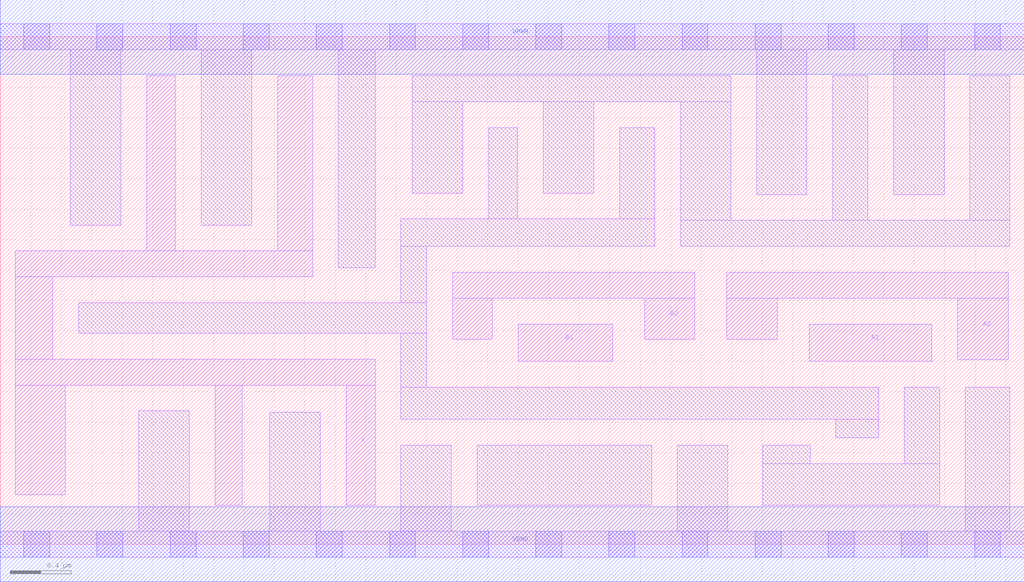
<source format=lef>
# Copyright 2020 The SkyWater PDK Authors
#
# Licensed under the Apache License, Version 2.0 (the "License");
# you may not use this file except in compliance with the License.
# You may obtain a copy of the License at
#
#     https://www.apache.org/licenses/LICENSE-2.0
#
# Unless required by applicable law or agreed to in writing, software
# distributed under the License is distributed on an "AS IS" BASIS,
# WITHOUT WARRANTIES OR CONDITIONS OF ANY KIND, either express or implied.
# See the License for the specific language governing permissions and
# limitations under the License.
#
# SPDX-License-Identifier: Apache-2.0

VERSION 5.7 ;
  NAMESCASESENSITIVE ON ;
  NOWIREEXTENSIONATPIN ON ;
  DIVIDERCHAR "/" ;
  BUSBITCHARS "[]" ;
UNITS
  DATABASE MICRONS 200 ;
END UNITS
MACRO sky130_fd_sc_lp__a22o_4
  CLASS CORE ;
  FOREIGN sky130_fd_sc_lp__a22o_4 ;
  ORIGIN  0.000000  0.000000 ;
  SIZE  6.720000 BY  3.330000 ;
  SYMMETRY X Y R90 ;
  SITE unit ;
  PIN A1
    ANTENNAGATEAREA  0.630000 ;
    DIRECTION INPUT ;
    USE SIGNAL ;
    PORT
      LAYER li1 ;
        RECT 5.310000 1.200000 6.115000 1.445000 ;
    END
  END A1
  PIN A2
    ANTENNAGATEAREA  0.630000 ;
    DIRECTION INPUT ;
    USE SIGNAL ;
    PORT
      LAYER li1 ;
        RECT 4.770000 1.345000 5.100000 1.615000 ;
        RECT 4.770000 1.615000 6.615000 1.785000 ;
        RECT 6.285000 1.210000 6.615000 1.615000 ;
    END
  END A2
  PIN B1
    ANTENNAGATEAREA  0.630000 ;
    DIRECTION INPUT ;
    USE SIGNAL ;
    PORT
      LAYER li1 ;
        RECT 3.400000 1.200000 4.020000 1.445000 ;
    END
  END B1
  PIN B2
    ANTENNAGATEAREA  0.630000 ;
    DIRECTION INPUT ;
    USE SIGNAL ;
    PORT
      LAYER li1 ;
        RECT 2.970000 1.345000 3.230000 1.615000 ;
        RECT 2.970000 1.615000 4.560000 1.785000 ;
        RECT 4.230000 1.345000 4.560000 1.615000 ;
    END
  END B2
  PIN X
    ANTENNADIFFAREA  1.176000 ;
    DIRECTION OUTPUT ;
    USE SIGNAL ;
    PORT
      LAYER li1 ;
        RECT 0.100000 0.325000 0.425000 1.045000 ;
        RECT 0.100000 1.045000 2.460000 1.215000 ;
        RECT 0.100000 1.215000 0.345000 1.755000 ;
        RECT 0.100000 1.755000 2.050000 1.925000 ;
        RECT 0.960000 1.925000 1.150000 3.075000 ;
        RECT 1.410000 0.255000 1.590000 1.045000 ;
        RECT 1.820000 1.925000 2.050000 3.075000 ;
        RECT 2.270000 0.255000 2.460000 1.045000 ;
    END
  END X
  PIN VGND
    DIRECTION INOUT ;
    USE GROUND ;
    PORT
      LAYER met1 ;
        RECT 0.000000 -0.245000 6.720000 0.245000 ;
    END
  END VGND
  PIN VPWR
    DIRECTION INOUT ;
    USE POWER ;
    PORT
      LAYER met1 ;
        RECT 0.000000 3.085000 6.720000 3.575000 ;
    END
  END VPWR
  OBS
    LAYER li1 ;
      RECT 0.000000 -0.085000 6.720000 0.085000 ;
      RECT 0.000000  3.245000 6.720000 3.415000 ;
      RECT 0.460000  2.095000 0.790000 3.245000 ;
      RECT 0.515000  1.385000 2.800000 1.585000 ;
      RECT 0.910000  0.085000 1.240000 0.875000 ;
      RECT 1.320000  2.095000 1.650000 3.245000 ;
      RECT 1.770000  0.085000 2.100000 0.865000 ;
      RECT 2.220000  1.815000 2.460000 3.245000 ;
      RECT 2.630000  0.085000 2.960000 0.650000 ;
      RECT 2.630000  0.820000 5.765000 1.030000 ;
      RECT 2.630000  1.030000 2.800000 1.385000 ;
      RECT 2.630000  1.585000 2.800000 1.955000 ;
      RECT 2.630000  1.955000 4.295000 2.135000 ;
      RECT 2.705000  2.305000 3.035000 2.905000 ;
      RECT 2.705000  2.905000 4.795000 3.075000 ;
      RECT 3.130000  0.255000 4.275000 0.650000 ;
      RECT 3.205000  2.135000 3.395000 2.735000 ;
      RECT 3.565000  2.305000 3.895000 2.905000 ;
      RECT 4.065000  2.135000 4.295000 2.735000 ;
      RECT 4.445000  0.085000 4.775000 0.650000 ;
      RECT 4.465000  1.955000 6.625000 2.125000 ;
      RECT 4.465000  2.125000 4.795000 2.905000 ;
      RECT 4.965000  2.295000 5.295000 3.245000 ;
      RECT 5.005000  0.255000 6.165000 0.530000 ;
      RECT 5.005000  0.530000 5.315000 0.650000 ;
      RECT 5.465000  2.125000 5.695000 3.075000 ;
      RECT 5.485000  0.700000 5.765000 0.820000 ;
      RECT 5.865000  2.295000 6.195000 3.245000 ;
      RECT 5.935000  0.530000 6.165000 1.030000 ;
      RECT 6.335000  0.085000 6.625000 1.030000 ;
      RECT 6.365000  2.125000 6.625000 3.075000 ;
    LAYER mcon ;
      RECT 0.155000 -0.085000 0.325000 0.085000 ;
      RECT 0.155000  3.245000 0.325000 3.415000 ;
      RECT 0.635000 -0.085000 0.805000 0.085000 ;
      RECT 0.635000  3.245000 0.805000 3.415000 ;
      RECT 1.115000 -0.085000 1.285000 0.085000 ;
      RECT 1.115000  3.245000 1.285000 3.415000 ;
      RECT 1.595000 -0.085000 1.765000 0.085000 ;
      RECT 1.595000  3.245000 1.765000 3.415000 ;
      RECT 2.075000 -0.085000 2.245000 0.085000 ;
      RECT 2.075000  3.245000 2.245000 3.415000 ;
      RECT 2.555000 -0.085000 2.725000 0.085000 ;
      RECT 2.555000  3.245000 2.725000 3.415000 ;
      RECT 3.035000 -0.085000 3.205000 0.085000 ;
      RECT 3.035000  3.245000 3.205000 3.415000 ;
      RECT 3.515000 -0.085000 3.685000 0.085000 ;
      RECT 3.515000  3.245000 3.685000 3.415000 ;
      RECT 3.995000 -0.085000 4.165000 0.085000 ;
      RECT 3.995000  3.245000 4.165000 3.415000 ;
      RECT 4.475000 -0.085000 4.645000 0.085000 ;
      RECT 4.475000  3.245000 4.645000 3.415000 ;
      RECT 4.955000 -0.085000 5.125000 0.085000 ;
      RECT 4.955000  3.245000 5.125000 3.415000 ;
      RECT 5.435000 -0.085000 5.605000 0.085000 ;
      RECT 5.435000  3.245000 5.605000 3.415000 ;
      RECT 5.915000 -0.085000 6.085000 0.085000 ;
      RECT 5.915000  3.245000 6.085000 3.415000 ;
      RECT 6.395000 -0.085000 6.565000 0.085000 ;
      RECT 6.395000  3.245000 6.565000 3.415000 ;
  END
END sky130_fd_sc_lp__a22o_4
END LIBRARY

</source>
